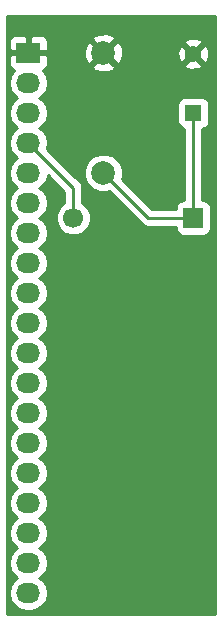
<source format=gtl>
G04 #@! TF.FileFunction,Copper,L1,Top,Signal*
%FSLAX46Y46*%
G04 Gerber Fmt 4.6, Leading zero omitted, Abs format (unit mm)*
G04 Created by KiCad (PCBNEW 4.0.4+e1-6308~48~ubuntu16.04.1-stable) date Thu Dec  1 13:36:35 2016*
%MOMM*%
%LPD*%
G01*
G04 APERTURE LIST*
%ADD10C,0.100000*%
%ADD11R,2.032000X1.727200*%
%ADD12O,2.032000X1.727200*%
%ADD13R,1.400000X1.400000*%
%ADD14C,1.400000*%
%ADD15C,1.699260*%
%ADD16R,1.699260X1.699260*%
%ADD17C,1.998980*%
%ADD18C,0.250000*%
%ADD19C,0.254000*%
G04 APERTURE END LIST*
D10*
D11*
X130810000Y-105410000D03*
D12*
X130810000Y-107950000D03*
X130810000Y-110490000D03*
X130810000Y-113030000D03*
X130810000Y-115570000D03*
X130810000Y-118110000D03*
X130810000Y-120650000D03*
X130810000Y-123190000D03*
X130810000Y-125730000D03*
X130810000Y-128270000D03*
X130810000Y-130810000D03*
X130810000Y-133350000D03*
X130810000Y-135890000D03*
X130810000Y-138430000D03*
X130810000Y-140970000D03*
X130810000Y-143510000D03*
X130810000Y-146050000D03*
X130810000Y-148590000D03*
X130810000Y-151130000D03*
D13*
X144780000Y-110490000D03*
D14*
X144780000Y-105490000D03*
D15*
X134619480Y-119382540D03*
D16*
X144779480Y-119382540D03*
D17*
X137160000Y-115570000D03*
X137160000Y-105410000D03*
D18*
X144779480Y-119382540D02*
X144779480Y-110490520D01*
X144779480Y-110490520D02*
X144780000Y-110490000D01*
X144779480Y-119382540D02*
X140972540Y-119382540D01*
X140972540Y-119382540D02*
X137160000Y-115570000D01*
X144779480Y-110490520D02*
X144780000Y-110490000D01*
X134619480Y-119382540D02*
X134619480Y-116839480D01*
X134619480Y-116839480D02*
X130810000Y-113030000D01*
D19*
G36*
X146610000Y-152960000D02*
X128980000Y-152960000D01*
X128980000Y-107950000D01*
X129126655Y-107950000D01*
X129240729Y-108523489D01*
X129565585Y-109009670D01*
X129880366Y-109220000D01*
X129565585Y-109430330D01*
X129240729Y-109916511D01*
X129126655Y-110490000D01*
X129240729Y-111063489D01*
X129565585Y-111549670D01*
X129880366Y-111760000D01*
X129565585Y-111970330D01*
X129240729Y-112456511D01*
X129126655Y-113030000D01*
X129240729Y-113603489D01*
X129565585Y-114089670D01*
X129880366Y-114300000D01*
X129565585Y-114510330D01*
X129240729Y-114996511D01*
X129126655Y-115570000D01*
X129240729Y-116143489D01*
X129565585Y-116629670D01*
X129880366Y-116840000D01*
X129565585Y-117050330D01*
X129240729Y-117536511D01*
X129126655Y-118110000D01*
X129240729Y-118683489D01*
X129565585Y-119169670D01*
X129880366Y-119380000D01*
X129565585Y-119590330D01*
X129240729Y-120076511D01*
X129126655Y-120650000D01*
X129240729Y-121223489D01*
X129565585Y-121709670D01*
X129880366Y-121920000D01*
X129565585Y-122130330D01*
X129240729Y-122616511D01*
X129126655Y-123190000D01*
X129240729Y-123763489D01*
X129565585Y-124249670D01*
X129880366Y-124460000D01*
X129565585Y-124670330D01*
X129240729Y-125156511D01*
X129126655Y-125730000D01*
X129240729Y-126303489D01*
X129565585Y-126789670D01*
X129880366Y-127000000D01*
X129565585Y-127210330D01*
X129240729Y-127696511D01*
X129126655Y-128270000D01*
X129240729Y-128843489D01*
X129565585Y-129329670D01*
X129880366Y-129540000D01*
X129565585Y-129750330D01*
X129240729Y-130236511D01*
X129126655Y-130810000D01*
X129240729Y-131383489D01*
X129565585Y-131869670D01*
X129880366Y-132080000D01*
X129565585Y-132290330D01*
X129240729Y-132776511D01*
X129126655Y-133350000D01*
X129240729Y-133923489D01*
X129565585Y-134409670D01*
X129880366Y-134620000D01*
X129565585Y-134830330D01*
X129240729Y-135316511D01*
X129126655Y-135890000D01*
X129240729Y-136463489D01*
X129565585Y-136949670D01*
X129880366Y-137160000D01*
X129565585Y-137370330D01*
X129240729Y-137856511D01*
X129126655Y-138430000D01*
X129240729Y-139003489D01*
X129565585Y-139489670D01*
X129880366Y-139700000D01*
X129565585Y-139910330D01*
X129240729Y-140396511D01*
X129126655Y-140970000D01*
X129240729Y-141543489D01*
X129565585Y-142029670D01*
X129880366Y-142240000D01*
X129565585Y-142450330D01*
X129240729Y-142936511D01*
X129126655Y-143510000D01*
X129240729Y-144083489D01*
X129565585Y-144569670D01*
X129880366Y-144780000D01*
X129565585Y-144990330D01*
X129240729Y-145476511D01*
X129126655Y-146050000D01*
X129240729Y-146623489D01*
X129565585Y-147109670D01*
X129880366Y-147320000D01*
X129565585Y-147530330D01*
X129240729Y-148016511D01*
X129126655Y-148590000D01*
X129240729Y-149163489D01*
X129565585Y-149649670D01*
X129880366Y-149860000D01*
X129565585Y-150070330D01*
X129240729Y-150556511D01*
X129126655Y-151130000D01*
X129240729Y-151703489D01*
X129565585Y-152189670D01*
X130051766Y-152514526D01*
X130625255Y-152628600D01*
X130994745Y-152628600D01*
X131568234Y-152514526D01*
X132054415Y-152189670D01*
X132379271Y-151703489D01*
X132493345Y-151130000D01*
X132379271Y-150556511D01*
X132054415Y-150070330D01*
X131739634Y-149860000D01*
X132054415Y-149649670D01*
X132379271Y-149163489D01*
X132493345Y-148590000D01*
X132379271Y-148016511D01*
X132054415Y-147530330D01*
X131739634Y-147320000D01*
X132054415Y-147109670D01*
X132379271Y-146623489D01*
X132493345Y-146050000D01*
X132379271Y-145476511D01*
X132054415Y-144990330D01*
X131739634Y-144780000D01*
X132054415Y-144569670D01*
X132379271Y-144083489D01*
X132493345Y-143510000D01*
X132379271Y-142936511D01*
X132054415Y-142450330D01*
X131739634Y-142240000D01*
X132054415Y-142029670D01*
X132379271Y-141543489D01*
X132493345Y-140970000D01*
X132379271Y-140396511D01*
X132054415Y-139910330D01*
X131739634Y-139700000D01*
X132054415Y-139489670D01*
X132379271Y-139003489D01*
X132493345Y-138430000D01*
X132379271Y-137856511D01*
X132054415Y-137370330D01*
X131739634Y-137160000D01*
X132054415Y-136949670D01*
X132379271Y-136463489D01*
X132493345Y-135890000D01*
X132379271Y-135316511D01*
X132054415Y-134830330D01*
X131739634Y-134620000D01*
X132054415Y-134409670D01*
X132379271Y-133923489D01*
X132493345Y-133350000D01*
X132379271Y-132776511D01*
X132054415Y-132290330D01*
X131739634Y-132080000D01*
X132054415Y-131869670D01*
X132379271Y-131383489D01*
X132493345Y-130810000D01*
X132379271Y-130236511D01*
X132054415Y-129750330D01*
X131739634Y-129540000D01*
X132054415Y-129329670D01*
X132379271Y-128843489D01*
X132493345Y-128270000D01*
X132379271Y-127696511D01*
X132054415Y-127210330D01*
X131739634Y-127000000D01*
X132054415Y-126789670D01*
X132379271Y-126303489D01*
X132493345Y-125730000D01*
X132379271Y-125156511D01*
X132054415Y-124670330D01*
X131739634Y-124460000D01*
X132054415Y-124249670D01*
X132379271Y-123763489D01*
X132493345Y-123190000D01*
X132379271Y-122616511D01*
X132054415Y-122130330D01*
X131739634Y-121920000D01*
X132054415Y-121709670D01*
X132379271Y-121223489D01*
X132493345Y-120650000D01*
X132379271Y-120076511D01*
X132054415Y-119590330D01*
X131739634Y-119380000D01*
X132054415Y-119169670D01*
X132379271Y-118683489D01*
X132493345Y-118110000D01*
X132379271Y-117536511D01*
X132054415Y-117050330D01*
X131739634Y-116840000D01*
X132054415Y-116629670D01*
X132379271Y-116143489D01*
X132457152Y-115751954D01*
X133859480Y-117154282D01*
X133859480Y-118090193D01*
X133779603Y-118123198D01*
X133361606Y-118540466D01*
X133135108Y-119085933D01*
X133134592Y-119676556D01*
X133360138Y-120222417D01*
X133777406Y-120640414D01*
X134322873Y-120866912D01*
X134913496Y-120867428D01*
X135459357Y-120641882D01*
X135877354Y-120224614D01*
X136103852Y-119679147D01*
X136104368Y-119088524D01*
X135878822Y-118542663D01*
X135461554Y-118124666D01*
X135379480Y-118090586D01*
X135379480Y-116839480D01*
X135321628Y-116548641D01*
X135321628Y-116548640D01*
X135156881Y-116302079D01*
X134748496Y-115893694D01*
X135525226Y-115893694D01*
X135773538Y-116494655D01*
X136232927Y-116954846D01*
X136833453Y-117204206D01*
X137483694Y-117204774D01*
X137650889Y-117135691D01*
X140435139Y-119919941D01*
X140681701Y-120084688D01*
X140972540Y-120142540D01*
X143282410Y-120142540D01*
X143282410Y-120232170D01*
X143326688Y-120467487D01*
X143465760Y-120683611D01*
X143677960Y-120828601D01*
X143929850Y-120879610D01*
X145629110Y-120879610D01*
X145864427Y-120835332D01*
X146080551Y-120696260D01*
X146225541Y-120484060D01*
X146276550Y-120232170D01*
X146276550Y-118532910D01*
X146232272Y-118297593D01*
X146093200Y-118081469D01*
X145881000Y-117936479D01*
X145629110Y-117885470D01*
X145539480Y-117885470D01*
X145539480Y-111826248D01*
X145715317Y-111793162D01*
X145931441Y-111654090D01*
X146076431Y-111441890D01*
X146127440Y-111190000D01*
X146127440Y-109790000D01*
X146083162Y-109554683D01*
X145944090Y-109338559D01*
X145731890Y-109193569D01*
X145480000Y-109142560D01*
X144080000Y-109142560D01*
X143844683Y-109186838D01*
X143628559Y-109325910D01*
X143483569Y-109538110D01*
X143432560Y-109790000D01*
X143432560Y-111190000D01*
X143476838Y-111425317D01*
X143615910Y-111641441D01*
X143828110Y-111786431D01*
X144019480Y-111825184D01*
X144019480Y-117885470D01*
X143929850Y-117885470D01*
X143694533Y-117929748D01*
X143478409Y-118068820D01*
X143333419Y-118281020D01*
X143282410Y-118532910D01*
X143282410Y-118622540D01*
X141287342Y-118622540D01*
X138725885Y-116061083D01*
X138794206Y-115896547D01*
X138794774Y-115246306D01*
X138546462Y-114645345D01*
X138087073Y-114185154D01*
X137486547Y-113935794D01*
X136836306Y-113935226D01*
X136235345Y-114183538D01*
X135775154Y-114642927D01*
X135525794Y-115243453D01*
X135525226Y-115893694D01*
X134748496Y-115893694D01*
X132392381Y-113537579D01*
X132493345Y-113030000D01*
X132379271Y-112456511D01*
X132054415Y-111970330D01*
X131739634Y-111760000D01*
X132054415Y-111549670D01*
X132379271Y-111063489D01*
X132493345Y-110490000D01*
X132379271Y-109916511D01*
X132054415Y-109430330D01*
X131739634Y-109220000D01*
X132054415Y-109009670D01*
X132379271Y-108523489D01*
X132493345Y-107950000D01*
X132379271Y-107376511D01*
X132054415Y-106890330D01*
X132032220Y-106875500D01*
X132185699Y-106811927D01*
X132364327Y-106633298D01*
X132393792Y-106562163D01*
X136187443Y-106562163D01*
X136286042Y-106828965D01*
X136895582Y-107055401D01*
X137545377Y-107031341D01*
X138033958Y-106828965D01*
X138132557Y-106562163D01*
X137995670Y-106425275D01*
X144024331Y-106425275D01*
X144086169Y-106661042D01*
X144587122Y-106837419D01*
X145117440Y-106808664D01*
X145473831Y-106661042D01*
X145535669Y-106425275D01*
X144780000Y-105669605D01*
X144024331Y-106425275D01*
X137995670Y-106425275D01*
X137160000Y-105589605D01*
X136187443Y-106562163D01*
X132393792Y-106562163D01*
X132461000Y-106399909D01*
X132461000Y-105695750D01*
X132302250Y-105537000D01*
X130937000Y-105537000D01*
X130937000Y-105557000D01*
X130683000Y-105557000D01*
X130683000Y-105537000D01*
X129317750Y-105537000D01*
X129159000Y-105695750D01*
X129159000Y-106399909D01*
X129255673Y-106633298D01*
X129434301Y-106811927D01*
X129587780Y-106875500D01*
X129565585Y-106890330D01*
X129240729Y-107376511D01*
X129126655Y-107950000D01*
X128980000Y-107950000D01*
X128980000Y-104420091D01*
X129159000Y-104420091D01*
X129159000Y-105124250D01*
X129317750Y-105283000D01*
X130683000Y-105283000D01*
X130683000Y-104070150D01*
X130937000Y-104070150D01*
X130937000Y-105283000D01*
X132302250Y-105283000D01*
X132439668Y-105145582D01*
X135514599Y-105145582D01*
X135538659Y-105795377D01*
X135741035Y-106283958D01*
X136007837Y-106382557D01*
X136980395Y-105410000D01*
X137339605Y-105410000D01*
X138312163Y-106382557D01*
X138578965Y-106283958D01*
X138805401Y-105674418D01*
X138791431Y-105297122D01*
X143432581Y-105297122D01*
X143461336Y-105827440D01*
X143608958Y-106183831D01*
X143844725Y-106245669D01*
X144600395Y-105490000D01*
X144959605Y-105490000D01*
X145715275Y-106245669D01*
X145951042Y-106183831D01*
X146127419Y-105682878D01*
X146098664Y-105152560D01*
X145951042Y-104796169D01*
X145715275Y-104734331D01*
X144959605Y-105490000D01*
X144600395Y-105490000D01*
X143844725Y-104734331D01*
X143608958Y-104796169D01*
X143432581Y-105297122D01*
X138791431Y-105297122D01*
X138781341Y-105024623D01*
X138586704Y-104554725D01*
X144024331Y-104554725D01*
X144780000Y-105310395D01*
X145535669Y-104554725D01*
X145473831Y-104318958D01*
X144972878Y-104142581D01*
X144442560Y-104171336D01*
X144086169Y-104318958D01*
X144024331Y-104554725D01*
X138586704Y-104554725D01*
X138578965Y-104536042D01*
X138312163Y-104437443D01*
X137339605Y-105410000D01*
X136980395Y-105410000D01*
X136007837Y-104437443D01*
X135741035Y-104536042D01*
X135514599Y-105145582D01*
X132439668Y-105145582D01*
X132461000Y-105124250D01*
X132461000Y-104420091D01*
X132393793Y-104257837D01*
X136187443Y-104257837D01*
X137160000Y-105230395D01*
X138132557Y-104257837D01*
X138033958Y-103991035D01*
X137424418Y-103764599D01*
X136774623Y-103788659D01*
X136286042Y-103991035D01*
X136187443Y-104257837D01*
X132393793Y-104257837D01*
X132364327Y-104186702D01*
X132185699Y-104008073D01*
X131952310Y-103911400D01*
X131095750Y-103911400D01*
X130937000Y-104070150D01*
X130683000Y-104070150D01*
X130524250Y-103911400D01*
X129667690Y-103911400D01*
X129434301Y-104008073D01*
X129255673Y-104186702D01*
X129159000Y-104420091D01*
X128980000Y-104420091D01*
X128980000Y-102310000D01*
X146610000Y-102310000D01*
X146610000Y-152960000D01*
X146610000Y-152960000D01*
G37*
X146610000Y-152960000D02*
X128980000Y-152960000D01*
X128980000Y-107950000D01*
X129126655Y-107950000D01*
X129240729Y-108523489D01*
X129565585Y-109009670D01*
X129880366Y-109220000D01*
X129565585Y-109430330D01*
X129240729Y-109916511D01*
X129126655Y-110490000D01*
X129240729Y-111063489D01*
X129565585Y-111549670D01*
X129880366Y-111760000D01*
X129565585Y-111970330D01*
X129240729Y-112456511D01*
X129126655Y-113030000D01*
X129240729Y-113603489D01*
X129565585Y-114089670D01*
X129880366Y-114300000D01*
X129565585Y-114510330D01*
X129240729Y-114996511D01*
X129126655Y-115570000D01*
X129240729Y-116143489D01*
X129565585Y-116629670D01*
X129880366Y-116840000D01*
X129565585Y-117050330D01*
X129240729Y-117536511D01*
X129126655Y-118110000D01*
X129240729Y-118683489D01*
X129565585Y-119169670D01*
X129880366Y-119380000D01*
X129565585Y-119590330D01*
X129240729Y-120076511D01*
X129126655Y-120650000D01*
X129240729Y-121223489D01*
X129565585Y-121709670D01*
X129880366Y-121920000D01*
X129565585Y-122130330D01*
X129240729Y-122616511D01*
X129126655Y-123190000D01*
X129240729Y-123763489D01*
X129565585Y-124249670D01*
X129880366Y-124460000D01*
X129565585Y-124670330D01*
X129240729Y-125156511D01*
X129126655Y-125730000D01*
X129240729Y-126303489D01*
X129565585Y-126789670D01*
X129880366Y-127000000D01*
X129565585Y-127210330D01*
X129240729Y-127696511D01*
X129126655Y-128270000D01*
X129240729Y-128843489D01*
X129565585Y-129329670D01*
X129880366Y-129540000D01*
X129565585Y-129750330D01*
X129240729Y-130236511D01*
X129126655Y-130810000D01*
X129240729Y-131383489D01*
X129565585Y-131869670D01*
X129880366Y-132080000D01*
X129565585Y-132290330D01*
X129240729Y-132776511D01*
X129126655Y-133350000D01*
X129240729Y-133923489D01*
X129565585Y-134409670D01*
X129880366Y-134620000D01*
X129565585Y-134830330D01*
X129240729Y-135316511D01*
X129126655Y-135890000D01*
X129240729Y-136463489D01*
X129565585Y-136949670D01*
X129880366Y-137160000D01*
X129565585Y-137370330D01*
X129240729Y-137856511D01*
X129126655Y-138430000D01*
X129240729Y-139003489D01*
X129565585Y-139489670D01*
X129880366Y-139700000D01*
X129565585Y-139910330D01*
X129240729Y-140396511D01*
X129126655Y-140970000D01*
X129240729Y-141543489D01*
X129565585Y-142029670D01*
X129880366Y-142240000D01*
X129565585Y-142450330D01*
X129240729Y-142936511D01*
X129126655Y-143510000D01*
X129240729Y-144083489D01*
X129565585Y-144569670D01*
X129880366Y-144780000D01*
X129565585Y-144990330D01*
X129240729Y-145476511D01*
X129126655Y-146050000D01*
X129240729Y-146623489D01*
X129565585Y-147109670D01*
X129880366Y-147320000D01*
X129565585Y-147530330D01*
X129240729Y-148016511D01*
X129126655Y-148590000D01*
X129240729Y-149163489D01*
X129565585Y-149649670D01*
X129880366Y-149860000D01*
X129565585Y-150070330D01*
X129240729Y-150556511D01*
X129126655Y-151130000D01*
X129240729Y-151703489D01*
X129565585Y-152189670D01*
X130051766Y-152514526D01*
X130625255Y-152628600D01*
X130994745Y-152628600D01*
X131568234Y-152514526D01*
X132054415Y-152189670D01*
X132379271Y-151703489D01*
X132493345Y-151130000D01*
X132379271Y-150556511D01*
X132054415Y-150070330D01*
X131739634Y-149860000D01*
X132054415Y-149649670D01*
X132379271Y-149163489D01*
X132493345Y-148590000D01*
X132379271Y-148016511D01*
X132054415Y-147530330D01*
X131739634Y-147320000D01*
X132054415Y-147109670D01*
X132379271Y-146623489D01*
X132493345Y-146050000D01*
X132379271Y-145476511D01*
X132054415Y-144990330D01*
X131739634Y-144780000D01*
X132054415Y-144569670D01*
X132379271Y-144083489D01*
X132493345Y-143510000D01*
X132379271Y-142936511D01*
X132054415Y-142450330D01*
X131739634Y-142240000D01*
X132054415Y-142029670D01*
X132379271Y-141543489D01*
X132493345Y-140970000D01*
X132379271Y-140396511D01*
X132054415Y-139910330D01*
X131739634Y-139700000D01*
X132054415Y-139489670D01*
X132379271Y-139003489D01*
X132493345Y-138430000D01*
X132379271Y-137856511D01*
X132054415Y-137370330D01*
X131739634Y-137160000D01*
X132054415Y-136949670D01*
X132379271Y-136463489D01*
X132493345Y-135890000D01*
X132379271Y-135316511D01*
X132054415Y-134830330D01*
X131739634Y-134620000D01*
X132054415Y-134409670D01*
X132379271Y-133923489D01*
X132493345Y-133350000D01*
X132379271Y-132776511D01*
X132054415Y-132290330D01*
X131739634Y-132080000D01*
X132054415Y-131869670D01*
X132379271Y-131383489D01*
X132493345Y-130810000D01*
X132379271Y-130236511D01*
X132054415Y-129750330D01*
X131739634Y-129540000D01*
X132054415Y-129329670D01*
X132379271Y-128843489D01*
X132493345Y-128270000D01*
X132379271Y-127696511D01*
X132054415Y-127210330D01*
X131739634Y-127000000D01*
X132054415Y-126789670D01*
X132379271Y-126303489D01*
X132493345Y-125730000D01*
X132379271Y-125156511D01*
X132054415Y-124670330D01*
X131739634Y-124460000D01*
X132054415Y-124249670D01*
X132379271Y-123763489D01*
X132493345Y-123190000D01*
X132379271Y-122616511D01*
X132054415Y-122130330D01*
X131739634Y-121920000D01*
X132054415Y-121709670D01*
X132379271Y-121223489D01*
X132493345Y-120650000D01*
X132379271Y-120076511D01*
X132054415Y-119590330D01*
X131739634Y-119380000D01*
X132054415Y-119169670D01*
X132379271Y-118683489D01*
X132493345Y-118110000D01*
X132379271Y-117536511D01*
X132054415Y-117050330D01*
X131739634Y-116840000D01*
X132054415Y-116629670D01*
X132379271Y-116143489D01*
X132457152Y-115751954D01*
X133859480Y-117154282D01*
X133859480Y-118090193D01*
X133779603Y-118123198D01*
X133361606Y-118540466D01*
X133135108Y-119085933D01*
X133134592Y-119676556D01*
X133360138Y-120222417D01*
X133777406Y-120640414D01*
X134322873Y-120866912D01*
X134913496Y-120867428D01*
X135459357Y-120641882D01*
X135877354Y-120224614D01*
X136103852Y-119679147D01*
X136104368Y-119088524D01*
X135878822Y-118542663D01*
X135461554Y-118124666D01*
X135379480Y-118090586D01*
X135379480Y-116839480D01*
X135321628Y-116548641D01*
X135321628Y-116548640D01*
X135156881Y-116302079D01*
X134748496Y-115893694D01*
X135525226Y-115893694D01*
X135773538Y-116494655D01*
X136232927Y-116954846D01*
X136833453Y-117204206D01*
X137483694Y-117204774D01*
X137650889Y-117135691D01*
X140435139Y-119919941D01*
X140681701Y-120084688D01*
X140972540Y-120142540D01*
X143282410Y-120142540D01*
X143282410Y-120232170D01*
X143326688Y-120467487D01*
X143465760Y-120683611D01*
X143677960Y-120828601D01*
X143929850Y-120879610D01*
X145629110Y-120879610D01*
X145864427Y-120835332D01*
X146080551Y-120696260D01*
X146225541Y-120484060D01*
X146276550Y-120232170D01*
X146276550Y-118532910D01*
X146232272Y-118297593D01*
X146093200Y-118081469D01*
X145881000Y-117936479D01*
X145629110Y-117885470D01*
X145539480Y-117885470D01*
X145539480Y-111826248D01*
X145715317Y-111793162D01*
X145931441Y-111654090D01*
X146076431Y-111441890D01*
X146127440Y-111190000D01*
X146127440Y-109790000D01*
X146083162Y-109554683D01*
X145944090Y-109338559D01*
X145731890Y-109193569D01*
X145480000Y-109142560D01*
X144080000Y-109142560D01*
X143844683Y-109186838D01*
X143628559Y-109325910D01*
X143483569Y-109538110D01*
X143432560Y-109790000D01*
X143432560Y-111190000D01*
X143476838Y-111425317D01*
X143615910Y-111641441D01*
X143828110Y-111786431D01*
X144019480Y-111825184D01*
X144019480Y-117885470D01*
X143929850Y-117885470D01*
X143694533Y-117929748D01*
X143478409Y-118068820D01*
X143333419Y-118281020D01*
X143282410Y-118532910D01*
X143282410Y-118622540D01*
X141287342Y-118622540D01*
X138725885Y-116061083D01*
X138794206Y-115896547D01*
X138794774Y-115246306D01*
X138546462Y-114645345D01*
X138087073Y-114185154D01*
X137486547Y-113935794D01*
X136836306Y-113935226D01*
X136235345Y-114183538D01*
X135775154Y-114642927D01*
X135525794Y-115243453D01*
X135525226Y-115893694D01*
X134748496Y-115893694D01*
X132392381Y-113537579D01*
X132493345Y-113030000D01*
X132379271Y-112456511D01*
X132054415Y-111970330D01*
X131739634Y-111760000D01*
X132054415Y-111549670D01*
X132379271Y-111063489D01*
X132493345Y-110490000D01*
X132379271Y-109916511D01*
X132054415Y-109430330D01*
X131739634Y-109220000D01*
X132054415Y-109009670D01*
X132379271Y-108523489D01*
X132493345Y-107950000D01*
X132379271Y-107376511D01*
X132054415Y-106890330D01*
X132032220Y-106875500D01*
X132185699Y-106811927D01*
X132364327Y-106633298D01*
X132393792Y-106562163D01*
X136187443Y-106562163D01*
X136286042Y-106828965D01*
X136895582Y-107055401D01*
X137545377Y-107031341D01*
X138033958Y-106828965D01*
X138132557Y-106562163D01*
X137995670Y-106425275D01*
X144024331Y-106425275D01*
X144086169Y-106661042D01*
X144587122Y-106837419D01*
X145117440Y-106808664D01*
X145473831Y-106661042D01*
X145535669Y-106425275D01*
X144780000Y-105669605D01*
X144024331Y-106425275D01*
X137995670Y-106425275D01*
X137160000Y-105589605D01*
X136187443Y-106562163D01*
X132393792Y-106562163D01*
X132461000Y-106399909D01*
X132461000Y-105695750D01*
X132302250Y-105537000D01*
X130937000Y-105537000D01*
X130937000Y-105557000D01*
X130683000Y-105557000D01*
X130683000Y-105537000D01*
X129317750Y-105537000D01*
X129159000Y-105695750D01*
X129159000Y-106399909D01*
X129255673Y-106633298D01*
X129434301Y-106811927D01*
X129587780Y-106875500D01*
X129565585Y-106890330D01*
X129240729Y-107376511D01*
X129126655Y-107950000D01*
X128980000Y-107950000D01*
X128980000Y-104420091D01*
X129159000Y-104420091D01*
X129159000Y-105124250D01*
X129317750Y-105283000D01*
X130683000Y-105283000D01*
X130683000Y-104070150D01*
X130937000Y-104070150D01*
X130937000Y-105283000D01*
X132302250Y-105283000D01*
X132439668Y-105145582D01*
X135514599Y-105145582D01*
X135538659Y-105795377D01*
X135741035Y-106283958D01*
X136007837Y-106382557D01*
X136980395Y-105410000D01*
X137339605Y-105410000D01*
X138312163Y-106382557D01*
X138578965Y-106283958D01*
X138805401Y-105674418D01*
X138791431Y-105297122D01*
X143432581Y-105297122D01*
X143461336Y-105827440D01*
X143608958Y-106183831D01*
X143844725Y-106245669D01*
X144600395Y-105490000D01*
X144959605Y-105490000D01*
X145715275Y-106245669D01*
X145951042Y-106183831D01*
X146127419Y-105682878D01*
X146098664Y-105152560D01*
X145951042Y-104796169D01*
X145715275Y-104734331D01*
X144959605Y-105490000D01*
X144600395Y-105490000D01*
X143844725Y-104734331D01*
X143608958Y-104796169D01*
X143432581Y-105297122D01*
X138791431Y-105297122D01*
X138781341Y-105024623D01*
X138586704Y-104554725D01*
X144024331Y-104554725D01*
X144780000Y-105310395D01*
X145535669Y-104554725D01*
X145473831Y-104318958D01*
X144972878Y-104142581D01*
X144442560Y-104171336D01*
X144086169Y-104318958D01*
X144024331Y-104554725D01*
X138586704Y-104554725D01*
X138578965Y-104536042D01*
X138312163Y-104437443D01*
X137339605Y-105410000D01*
X136980395Y-105410000D01*
X136007837Y-104437443D01*
X135741035Y-104536042D01*
X135514599Y-105145582D01*
X132439668Y-105145582D01*
X132461000Y-105124250D01*
X132461000Y-104420091D01*
X132393793Y-104257837D01*
X136187443Y-104257837D01*
X137160000Y-105230395D01*
X138132557Y-104257837D01*
X138033958Y-103991035D01*
X137424418Y-103764599D01*
X136774623Y-103788659D01*
X136286042Y-103991035D01*
X136187443Y-104257837D01*
X132393793Y-104257837D01*
X132364327Y-104186702D01*
X132185699Y-104008073D01*
X131952310Y-103911400D01*
X131095750Y-103911400D01*
X130937000Y-104070150D01*
X130683000Y-104070150D01*
X130524250Y-103911400D01*
X129667690Y-103911400D01*
X129434301Y-104008073D01*
X129255673Y-104186702D01*
X129159000Y-104420091D01*
X128980000Y-104420091D01*
X128980000Y-102310000D01*
X146610000Y-102310000D01*
X146610000Y-152960000D01*
M02*

</source>
